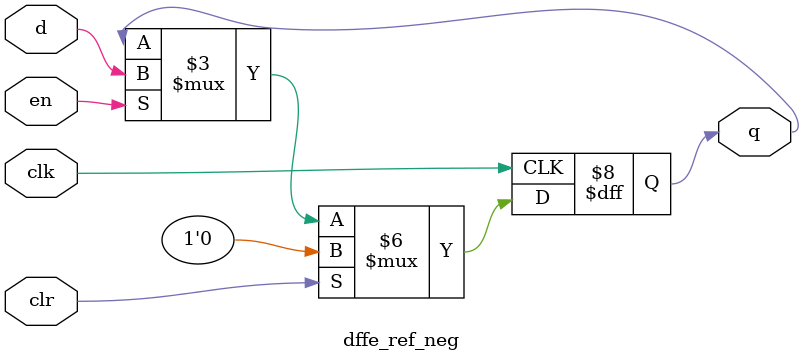
<source format=v>
module dffe_ref_neg (q, d, clk, en, clr);
   
   //Inputs
   input d, clk, en, clr;
   
   //Internal wire
   wire clr;

   //Output
   output q;
   
   //Register
   reg q;

   //Intialize q to 0
   initial
   begin
       q = 1'b0;
   end

   //Set value of q on positive edge of the clock or clear
   always @(negedge clk) begin
       //If clear is high, set q to 0
       if (clr) begin
           q <= 1'b0;
       //If enable is high, set q to the value of d
       end else if (en) begin
           q <= d;
       end
   end
endmodule

</source>
